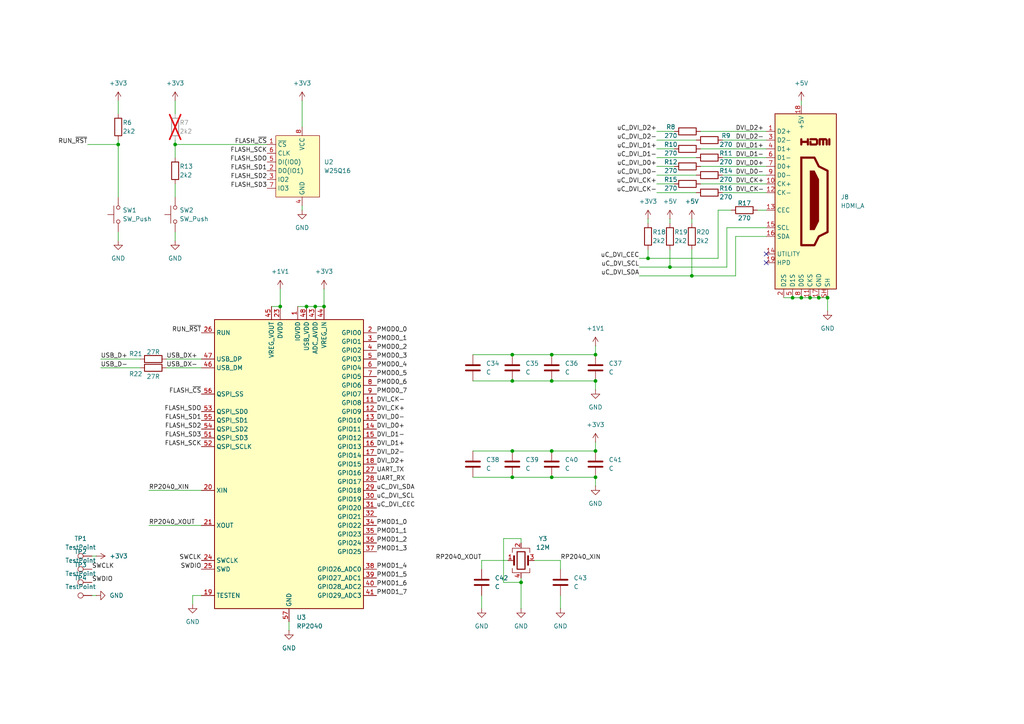
<source format=kicad_sch>
(kicad_sch (version 20231120) (generator "eeschema") (generator_version "8.0")
  (paper "A4")
  (lib_symbols
    (symbol "Connector:HDMI_A"
      (property "Reference" "J" (at -6.35 26.67 0))
      (property "Value" "HDMI_A" (at 10.16 26.67 0))
      (symbol "HDMI_A_0_0"
        (polyline (pts (xy 8.128 16.51) (xy 8.128 18.034)) (stroke (width 0.635)))
        (polyline (pts (xy 0 16.51) (xy 0 18.034) (xy 0 17.272) (xy 1.905 17.272) (xy 1.905 18.034) (xy 1.905 16.51)) (stroke (width 0.635)))
        (polyline (pts (xy 2.667 18.034) (xy 4.318 18.034) (xy 4.572 17.78) (xy 4.572 16.764) (xy 4.318 16.51) (xy 2.667 16.51) (xy 2.667 17.272)) (stroke (width 0.635)))
      )
      (symbol "HDMI_A_0_1"
        (rectangle (start -7.62 25.4) (end 10.16 -25.4) (stroke (width 0.254)) (fill (type background)))
        (polyline (pts (xy 2.54 8.89) (xy 3.81 8.89) (xy 5.08 6.35) (xy 5.08 -5.715) (xy 3.81 -8.255) (xy 2.54 -8.255) (xy 2.54 8.89)) (fill (type outline)))
        (polyline (pts (xy 5.334 16.51) (xy 5.334 18.034) (xy 6.35 18.034) (xy 6.35 16.51) (xy 6.35 18.034) (xy 7.112 18.034) (xy 7.366 17.78) (xy 7.366 16.51)) (stroke (width 0.635)))
        (polyline (pts (xy 0 12.7) (xy 0 -12.7) (xy 3.81 -12.7) (xy 5.08 -10.16) (xy 7.62 -8.89) (xy 7.62 8.89) (xy 5.08 10.16) (xy 3.81 12.7) (xy 0 12.7)) (stroke (width 0.635)))
      )
      (symbol "HDMI_A_1_1"
        (pin passive line (at -10.16 20.32 0) (length 2.54) (name "D2+") (number "1"))
        (pin passive line (at -10.16 5.08 0) (length 2.54) (name "CK+") (number "10"))
        (pin power_in line (at 2.54 -27.94 90) (length 2.54) (name "CKS") (number "11"))
        (pin passive line (at -10.16 2.54 0) (length 2.54) (name "CK-") (number "12"))
        (pin bidirectional line (at -10.16 -2.54 0) (length 2.54) (name "CEC") (number "13"))
        (pin passive line (at -10.16 -15.24 0) (length 2.54) (name "UTILITY") (number "14"))
        (pin passive line (at -10.16 -7.62 0) (length 2.54) (name "SCL") (number "15"))
        (pin bidirectional line (at -10.16 -10.16 0) (length 2.54) (name "SDA") (number "16"))
        (pin power_in line (at 5.08 -27.94 90) (length 2.54) (name "GND") (number "17"))
        (pin power_in line (at 0 27.94 270) (length 2.54) (name "+5V") (number "18"))
        (pin passive line (at -10.16 -17.78 0) (length 2.54) (name "HPD") (number "19"))
        (pin power_in line (at -5.08 -27.94 90) (length 2.54) (name "D2S") (number "2"))
        (pin passive line (at -10.16 17.78 0) (length 2.54) (name "D2-") (number "3"))
        (pin passive line (at -10.16 15.24 0) (length 2.54) (name "D1+") (number "4"))
        (pin power_in line (at -2.54 -27.94 90) (length 2.54) (name "D1S") (number "5"))
        (pin passive line (at -10.16 12.7 0) (length 2.54) (name "D1-") (number "6"))
        (pin passive line (at -10.16 10.16 0) (length 2.54) (name "D0+") (number "7"))
        (pin power_in line (at 0 -27.94 90) (length 2.54) (name "D0S") (number "8"))
        (pin passive line (at -10.16 7.62 0) (length 2.54) (name "D0-") (number "9"))
        (pin passive line (at 7.62 -27.94 90) (length 2.54) (name "SH") (number "SH"))
      )
    )
    (symbol "Connector:TestPoint" (pin_numbers hide) (pin_names (offset 0.762) hide)
      (property "Reference" "TP" (at 0 6.858 0))
      (property "Value" "TestPoint" (at 0 5.08 0))
      (symbol "TestPoint_0_1"
        (circle (center 0 3.302) (radius 0.762))
      )
      (symbol "TestPoint_1_1"
        (pin passive line (at 0 0 90) (length 2.54) (name "1") (number "1"))
      )
    )
    (symbol "Device:C" (pin_numbers hide) (pin_names (offset 0.254))
      (property "Reference" "C" (at 0.635 2.54 0))
      (property "Value" "C" (at 0.635 -2.54 0))
      (symbol "C_0_1"
        (polyline (pts (xy -2.032 -0.762) (xy 2.032 -0.762)) (stroke (width 0.508)))
        (polyline (pts (xy -2.032 0.762) (xy 2.032 0.762)) (stroke (width 0.508)))
      )
      (symbol "C_1_1"
        (pin passive line (at 0 3.81 270) (length 2.794) (name "~") (number "1"))
        (pin passive line (at 0 -3.81 90) (length 2.794) (name "~") (number "2"))
      )
    )
    (symbol "Device:Crystal_GND24" (pin_names (offset 1.016) hide)
      (property "Reference" "Y" (at 3.175 5.08 0))
      (property "Value" "Crystal_GND24" (at 3.175 3.175 0))
      (symbol "Crystal_GND24_0_1"
        (rectangle (start -1.143 2.54) (end 1.143 -2.54) (stroke (width 0.3048)))
        (polyline (pts (xy -2.54 0) (xy -2.032 0)))
        (polyline (pts (xy -2.032 -1.27) (xy -2.032 1.27)) (stroke (width 0.508)))
        (polyline (pts (xy 0 -3.81) (xy 0 -3.556)))
        (polyline (pts (xy 0 3.556) (xy 0 3.81)))
        (polyline (pts (xy 2.032 -1.27) (xy 2.032 1.27)) (stroke (width 0.508)))
        (polyline (pts (xy 2.032 0) (xy 2.54 0)))
        (polyline (pts (xy -2.54 -2.286) (xy -2.54 -3.556) (xy 2.54 -3.556) (xy 2.54 -2.286)))
        (polyline (pts (xy -2.54 2.286) (xy -2.54 3.556) (xy 2.54 3.556) (xy 2.54 2.286)))
      )
      (symbol "Crystal_GND24_1_1"
        (pin passive line (at -3.81 0 0) (length 1.27) (name "1") (number "1"))
        (pin passive line (at 0 5.08 270) (length 1.27) (name "2") (number "2"))
        (pin passive line (at 3.81 0 180) (length 1.27) (name "3") (number "3"))
        (pin passive line (at 0 -5.08 90) (length 1.27) (name "4") (number "4"))
      )
    )
    (symbol "Device:R" (pin_numbers hide) (pin_names (offset 0))
      (property "Reference" "R" (at 2.032 0 90))
      (property "Value" "R" (at 0 0 90))
      (symbol "R_0_1"
        (rectangle (start -1.016 -2.54) (end 1.016 2.54) (stroke (width 0.254)))
      )
      (symbol "R_1_1"
        (pin passive line (at 0 3.81 270) (length 1.27) (name "~") (number "1"))
        (pin passive line (at 0 -3.81 90) (length 1.27) (name "~") (number "2"))
      )
    )
    (symbol "MCU_RaspberryPi:RP2040"
      (property "Reference" "U" (at 17.78 45.72 0))
      (property "Value" "RP2040" (at 17.78 43.18 0))
      (symbol "RP2040_0_1"
        (rectangle (start -21.59 41.91) (end 21.59 -41.91) (stroke (width 0.254)) (fill (type background)))
      )
      (symbol "RP2040_1_1"
        (pin power_in line (at 2.54 45.72 270) (length 3.81) (name "IOVDD") (number "1"))
        (pin passive line (at 2.54 45.72 270) (length 3.81) hide (name "IOVDD") (number "10"))
        (pin bidirectional line (at 25.4 17.78 180) (length 3.81) (name "GPIO8") (number "11"))
        (pin bidirectional line (at 25.4 15.24 180) (length 3.81) (name "GPIO9") (number "12"))
        (pin bidirectional line (at 25.4 12.7 180) (length 3.81) (name "GPIO10") (number "13"))
        (pin bidirectional line (at 25.4 10.16 180) (length 3.81) (name "GPIO11") (number "14"))
        (pin bidirectional line (at 25.4 7.62 180) (length 3.81) (name "GPIO12") (number "15"))
        (pin bidirectional line (at 25.4 5.08 180) (length 3.81) (name "GPIO13") (number "16"))
        (pin bidirectional line (at 25.4 2.54 180) (length 3.81) (name "GPIO14") (number "17"))
        (pin bidirectional line (at 25.4 0 180) (length 3.81) (name "GPIO15") (number "18"))
        (pin input line (at -25.4 -38.1 0) (length 3.81) (name "TESTEN") (number "19"))
        (pin bidirectional line (at 25.4 38.1 180) (length 3.81) (name "GPIO0") (number "2"))
        (pin input line (at -25.4 -7.62 0) (length 3.81) (name "XIN") (number "20"))
        (pin passive line (at -25.4 -17.78 0) (length 3.81) (name "XOUT") (number "21"))
        (pin passive line (at 2.54 45.72 270) (length 3.81) hide (name "IOVDD") (number "22"))
        (pin power_in line (at -2.54 45.72 270) (length 3.81) (name "DVDD") (number "23"))
        (pin input line (at -25.4 -27.94 0) (length 3.81) (name "SWCLK") (number "24"))
        (pin bidirectional line (at -25.4 -30.48 0) (length 3.81) (name "SWD") (number "25"))
        (pin input line (at -25.4 38.1 0) (length 3.81) (name "RUN") (number "26"))
        (pin bidirectional line (at 25.4 -2.54 180) (length 3.81) (name "GPIO16") (number "27"))
        (pin bidirectional line (at 25.4 -5.08 180) (length 3.81) (name "GPIO17") (number "28"))
        (pin bidirectional line (at 25.4 -7.62 180) (length 3.81) (name "GPIO18") (number "29"))
        (pin bidirectional line (at 25.4 35.56 180) (length 3.81) (name "GPIO1") (number "3"))
        (pin bidirectional line (at 25.4 -10.16 180) (length 3.81) (name "GPIO19") (number "30"))
        (pin bidirectional line (at 25.4 -12.7 180) (length 3.81) (name "GPIO20") (number "31"))
        (pin bidirectional line (at 25.4 -15.24 180) (length 3.81) (name "GPIO21") (number "32"))
        (pin passive line (at 2.54 45.72 270) (length 3.81) hide (name "IOVDD") (number "33"))
        (pin bidirectional line (at 25.4 -17.78 180) (length 3.81) (name "GPIO22") (number "34"))
        (pin bidirectional line (at 25.4 -20.32 180) (length 3.81) (name "GPIO23") (number "35"))
        (pin bidirectional line (at 25.4 -22.86 180) (length 3.81) (name "GPIO24") (number "36"))
        (pin bidirectional line (at 25.4 -25.4 180) (length 3.81) (name "GPIO25") (number "37"))
        (pin bidirectional line (at 25.4 -30.48 180) (length 3.81) (name "GPIO26_ADC0") (number "38"))
        (pin bidirectional line (at 25.4 -33.02 180) (length 3.81) (name "GPIO27_ADC1") (number "39"))
        (pin bidirectional line (at 25.4 33.02 180) (length 3.81) (name "GPIO2") (number "4"))
        (pin bidirectional line (at 25.4 -35.56 180) (length 3.81) (name "GPIO28_ADC2") (number "40"))
        (pin bidirectional line (at 25.4 -38.1 180) (length 3.81) (name "GPIO29_ADC3") (number "41"))
        (pin passive line (at 2.54 45.72 270) (length 3.81) hide (name "IOVDD") (number "42"))
        (pin power_in line (at 7.62 45.72 270) (length 3.81) (name "ADC_AVDD") (number "43"))
        (pin power_in line (at 10.16 45.72 270) (length 3.81) (name "VREG_IN") (number "44"))
        (pin power_out line (at -5.08 45.72 270) (length 3.81) (name "VREG_VOUT") (number "45"))
        (pin bidirectional line (at -25.4 27.94 0) (length 3.81) (name "USB_DM") (number "46"))
        (pin bidirectional line (at -25.4 30.48 0) (length 3.81) (name "USB_DP") (number "47"))
        (pin power_in line (at 5.08 45.72 270) (length 3.81) (name "USB_VDD") (number "48"))
        (pin passive line (at 2.54 45.72 270) (length 3.81) hide (name "IOVDD") (number "49"))
        (pin bidirectional line (at 25.4 30.48 180) (length 3.81) (name "GPIO3") (number "5"))
        (pin passive line (at -2.54 45.72 270) (length 3.81) hide (name "DVDD") (number "50"))
        (pin bidirectional line (at -25.4 7.62 0) (length 3.81) (name "QSPI_SD3") (number "51"))
        (pin output line (at -25.4 5.08 0) (length 3.81) (name "QSPI_SCLK") (number "52"))
        (pin bidirectional line (at -25.4 15.24 0) (length 3.81) (name "QSPI_SD0") (number "53"))
        (pin bidirectional line (at -25.4 10.16 0) (length 3.81) (name "QSPI_SD2") (number "54"))
        (pin bidirectional line (at -25.4 12.7 0) (length 3.81) (name "QSPI_SD1") (number "55"))
        (pin bidirectional line (at -25.4 20.32 0) (length 3.81) (name "QSPI_SS") (number "56"))
        (pin power_in line (at 0 -45.72 90) (length 3.81) (name "GND") (number "57"))
        (pin bidirectional line (at 25.4 27.94 180) (length 3.81) (name "GPIO4") (number "6"))
        (pin bidirectional line (at 25.4 25.4 180) (length 3.81) (name "GPIO5") (number "7"))
        (pin bidirectional line (at 25.4 22.86 180) (length 3.81) (name "GPIO6") (number "8"))
        (pin bidirectional line (at 25.4 20.32 180) (length 3.81) (name "GPIO7") (number "9"))
      )
    )
    (symbol "Switch:SW_Push" (pin_numbers hide) (pin_names (offset 1.016) hide)
      (property "Reference" "SW" (at 1.27 2.54 0))
      (property "Value" "SW_Push" (at 0 -1.524 0))
      (symbol "SW_Push_0_1"
        (circle (center -2.032 0) (radius 0.508))
        (polyline (pts (xy 0 1.27) (xy 0 3.048)))
        (polyline (pts (xy 2.54 1.27) (xy -2.54 1.27)))
        (circle (center 2.032 0) (radius 0.508))
        (pin passive line (at -5.08 0 0) (length 2.54) (name "1") (number "1"))
        (pin passive line (at 5.08 0 180) (length 2.54) (name "2") (number "2"))
      )
    )
    (symbol "my_chips:W25Q16JVUXIQ"
      (property "Reference" "U" (at -5.08 10.16 0))
      (property "Value" "W25Q16" (at 5.08 0 90))
      (symbol "W25Q16JVUXIQ_1_1"
        (rectangle (start -6.35 8.89) (end 6.35 -8.89) (fill (type background)))
        (pin input line (at -8.89 6.35 0) (length 2.54) (name "~{CS}") (number "1"))
        (pin input line (at -8.89 -1.27 0) (length 2.54) (name "DO(IO1)") (number "2"))
        (pin input line (at -8.89 -3.81 0) (length 2.54) (name "IO2") (number "3"))
        (pin input line (at 1.27 -11.43 90) (length 2.54) (name "GND") (number "4"))
        (pin input line (at -8.89 1.27 0) (length 2.54) (name "DI(IO0)") (number "5"))
        (pin input line (at -8.89 3.81 0) (length 2.54) (name "CLK") (number "6"))
        (pin input line (at -8.89 -6.35 0) (length 2.54) (name "IO3") (number "7"))
        (pin input line (at 1.27 11.43 270) (length 2.54) (name "VCC") (number "8"))
      )
    )
    (symbol "power:+1V1" (power) (pin_numbers hide) (pin_names (offset 0) hide)
      (property "Value" "+1V1" (at 0 3.556 0))
      (symbol "+1V1_0_1"
        (polyline (pts (xy -0.762 1.27) (xy 0 2.54)))
        (polyline (pts (xy 0 0) (xy 0 2.54)))
        (polyline (pts (xy 0 2.54) (xy 0.762 1.27)))
      )
      (symbol "+1V1_1_1"
        (pin power_in line (at 0 0 90) (length 0) (name "~") (number "1"))
      )
    )
    (symbol "power:+3V3" (power) (pin_numbers hide) (pin_names (offset 0) hide)
      (property "Value" "+3V3" (at 0 3.556 0))
      (symbol "+3V3_0_1"
        (polyline (pts (xy -0.762 1.27) (xy 0 2.54)))
        (polyline (pts (xy 0 0) (xy 0 2.54)))
        (polyline (pts (xy 0 2.54) (xy 0.762 1.27)))
      )
      (symbol "+3V3_1_1"
        (pin power_in line (at 0 0 90) (length 0) (name "~") (number "1"))
      )
    )
    (symbol "power:+5V" (power) (pin_numbers hide) (pin_names (offset 0) hide)
      (property "Value" "+5V" (at 0 3.556 0))
      (symbol "+5V_0_1"
        (polyline (pts (xy -0.762 1.27) (xy 0 2.54)))
        (polyline (pts (xy 0 0) (xy 0 2.54)))
        (polyline (pts (xy 0 2.54) (xy 0.762 1.27)))
      )
      (symbol "+5V_1_1"
        (pin power_in line (at 0 0 90) (length 0) (name "~") (number "1"))
      )
    )
    (symbol "power:GND" (power) (pin_numbers hide) (pin_names (offset 0) hide)
      (property "Value" "GND" (at 0 -3.81 0))
      (symbol "GND_0_1"
        (polyline (pts (xy 0 0) (xy 0 -1.27) (xy 1.27 -1.27) (xy 0 -2.54) (xy -1.27 -1.27) (xy 0 -1.27)))
      )
      (symbol "GND_1_1"
        (pin power_in line (at 0 0 270) (length 0) (name "~") (number "1"))
      )
    )
  )
  (junction (at 50.8 41.91))
  (junction (at 148.59 110.49))
  (junction (at 200.66 80.01))
  (junction (at 148.59 130.81))
  (junction (at 160.02 130.81))
  (junction (at 229.87 86.36))
  (junction (at 172.72 138.43))
  (junction (at 160.02 138.43))
  (junction (at 160.02 110.49))
  (junction (at 172.72 110.49))
  (junction (at 160.02 102.87))
  (junction (at 240.03 86.36))
  (junction (at 151.13 168.91))
  (junction (at 81.28 88.9))
  (junction (at 237.49 86.36))
  (junction (at 172.72 130.81))
  (junction (at 88.9 88.9))
  (junction (at 148.59 102.87))
  (junction (at 148.59 138.43))
  (junction (at 194.31 77.47))
  (junction (at 187.96 74.93))
  (junction (at 34.29 41.91))
  (junction (at 172.72 102.87))
  (junction (at 91.44 88.9))
  (junction (at 232.41 86.36))
  (junction (at 93.98 88.9))
  (junction (at 234.95 86.36))
  (no_connect (at 222.25 76.2))
  (no_connect (at 222.25 73.66))
  (wire (pts (xy 190.5 55.88) (xy 201.93 55.88)))
  (wire (pts (xy 172.72 138.43) (xy 160.02 138.43)))
  (wire (pts (xy 162.56 165.1) (xy 162.56 162.56)))
  (wire (pts (xy 212.09 60.96) (xy 208.28 60.96)))
  (wire (pts (xy 200.66 80.01) (xy 213.36 80.01)))
  (wire (pts (xy 190.5 38.1) (xy 195.58 38.1)))
  (wire (pts (xy 237.49 86.36) (xy 234.95 86.36)))
  (wire (pts (xy 232.41 86.36) (xy 229.87 86.36)))
  (wire (pts (xy 190.5 53.34) (xy 195.58 53.34)))
  (wire (pts (xy 185.42 74.93) (xy 187.96 74.93)))
  (wire (pts (xy 50.8 53.34) (xy 50.8 57.15)))
  (wire (pts (xy 43.18 142.24) (xy 58.42 142.24)))
  (wire (pts (xy 203.2 48.26) (xy 222.25 48.26)))
  (wire (pts (xy 151.13 167.64) (xy 151.13 168.91)))
  (wire (pts (xy 55.88 172.72) (xy 55.88 175.26)))
  (wire (pts (xy 26.67 172.72) (xy 27.94 172.72)))
  (wire (pts (xy 148.59 102.87) (xy 137.16 102.87)))
  (wire (pts (xy 172.72 100.33) (xy 172.72 102.87)))
  (wire (pts (xy 81.28 88.9) (xy 78.74 88.9)))
  (wire (pts (xy 160.02 110.49) (xy 148.59 110.49)))
  (wire (pts (xy 190.5 40.64) (xy 201.93 40.64)))
  (wire (pts (xy 229.87 86.36) (xy 227.33 86.36)))
  (wire (pts (xy 240.03 90.17) (xy 240.03 86.36)))
  (wire (pts (xy 190.5 50.8) (xy 201.93 50.8)))
  (wire (pts (xy 194.31 77.47) (xy 210.82 77.47)))
  (wire (pts (xy 213.36 68.58) (xy 213.36 80.01)))
  (wire (pts (xy 43.18 152.4) (xy 58.42 152.4)))
  (wire (pts (xy 209.55 45.72) (xy 222.25 45.72)))
  (wire (pts (xy 209.55 50.8) (xy 222.25 50.8)))
  (wire (pts (xy 148.59 138.43) (xy 137.16 138.43)))
  (wire (pts (xy 48.26 106.68) (xy 58.42 106.68)))
  (wire (pts (xy 172.72 110.49) (xy 160.02 110.49)))
  (wire (pts (xy 172.72 113.03) (xy 172.72 110.49)))
  (wire (pts (xy 203.2 53.34) (xy 222.25 53.34)))
  (wire (pts (xy 190.5 45.72) (xy 201.93 45.72)))
  (wire (pts (xy 185.42 77.47) (xy 194.31 77.47)))
  (wire (pts (xy 139.7 172.72) (xy 139.7 176.53)))
  (wire (pts (xy 34.29 29.21) (xy 34.29 33.02)))
  (wire (pts (xy 172.72 140.97) (xy 172.72 138.43)))
  (wire (pts (xy 162.56 172.72) (xy 162.56 176.53)))
  (wire (pts (xy 232.41 29.21) (xy 232.41 30.48)))
  (wire (pts (xy 200.66 63.5) (xy 200.66 64.77)))
  (wire (pts (xy 162.56 162.56) (xy 154.94 162.56)))
  (wire (pts (xy 185.42 80.01) (xy 200.66 80.01)))
  (wire (pts (xy 172.72 130.81) (xy 160.02 130.81)))
  (wire (pts (xy 48.26 104.14) (xy 58.42 104.14)))
  (wire (pts (xy 234.95 86.36) (xy 232.41 86.36)))
  (wire (pts (xy 187.96 74.93) (xy 208.28 74.93)))
  (wire (pts (xy 93.98 88.9) (xy 91.44 88.9)))
  (wire (pts (xy 194.31 72.39) (xy 194.31 77.47)))
  (wire (pts (xy 172.72 128.27) (xy 172.72 130.81)))
  (wire (pts (xy 151.13 156.21) (xy 146.05 156.21)))
  (wire (pts (xy 160.02 102.87) (xy 148.59 102.87)))
  (wire (pts (xy 139.7 162.56) (xy 147.32 162.56)))
  (wire (pts (xy 151.13 168.91) (xy 151.13 176.53)))
  (wire (pts (xy 208.28 60.96) (xy 208.28 74.93)))
  (wire (pts (xy 25.4 41.91) (xy 34.29 41.91)))
  (wire (pts (xy 148.59 110.49) (xy 137.16 110.49)))
  (wire (pts (xy 29.21 106.68) (xy 40.64 106.68)))
  (wire (pts (xy 50.8 41.91) (xy 50.8 45.72)))
  (wire (pts (xy 190.5 43.18) (xy 195.58 43.18)))
  (wire (pts (xy 146.05 168.91) (xy 151.13 168.91)))
  (wire (pts (xy 203.2 38.1) (xy 222.25 38.1)))
  (wire (pts (xy 91.44 88.9) (xy 88.9 88.9)))
  (wire (pts (xy 88.9 88.9) (xy 86.36 88.9)))
  (wire (pts (xy 209.55 55.88) (xy 222.25 55.88)))
  (wire (pts (xy 139.7 162.56) (xy 139.7 165.1)))
  (wire (pts (xy 222.25 66.04) (xy 210.82 66.04)))
  (wire (pts (xy 146.05 156.21) (xy 146.05 168.91)))
  (wire (pts (xy 160.02 138.43) (xy 148.59 138.43)))
  (wire (pts (xy 148.59 130.81) (xy 137.16 130.81)))
  (wire (pts (xy 203.2 43.18) (xy 222.25 43.18)))
  (wire (pts (xy 50.8 67.31) (xy 50.8 69.85)))
  (wire (pts (xy 93.98 83.82) (xy 93.98 88.9)))
  (wire (pts (xy 87.63 59.69) (xy 87.63 60.96)))
  (wire (pts (xy 81.28 83.82) (xy 81.28 88.9)))
  (wire (pts (xy 83.82 180.34) (xy 83.82 182.88)))
  (wire (pts (xy 194.31 63.5) (xy 194.31 64.77)))
  (wire (pts (xy 58.42 172.72) (xy 55.88 172.72)))
  (wire (pts (xy 26.67 161.29) (xy 27.94 161.29)))
  (wire (pts (xy 50.8 40.64) (xy 50.8 41.91)))
  (wire (pts (xy 219.71 60.96) (xy 222.25 60.96)))
  (wire (pts (xy 151.13 157.48) (xy 151.13 156.21)))
  (wire (pts (xy 34.29 40.64) (xy 34.29 41.91)))
  (wire (pts (xy 210.82 66.04) (xy 210.82 77.47)))
  (wire (pts (xy 50.8 29.21) (xy 50.8 33.02)))
  (wire (pts (xy 87.63 29.21) (xy 87.63 36.83)))
  (wire (pts (xy 209.55 40.64) (xy 222.25 40.64)))
  (wire (pts (xy 187.96 63.5) (xy 187.96 64.77)))
  (wire (pts (xy 34.29 67.31) (xy 34.29 69.85)))
  (wire (pts (xy 50.8 41.91) (xy 77.47 41.91)))
  (wire (pts (xy 200.66 72.39) (xy 200.66 80.01)))
  (wire (pts (xy 190.5 48.26) (xy 195.58 48.26)))
  (wire (pts (xy 240.03 86.36) (xy 237.49 86.36)))
  (wire (pts (xy 187.96 72.39) (xy 187.96 74.93)))
  (wire (pts (xy 222.25 68.58) (xy 213.36 68.58)))
  (wire (pts (xy 29.21 104.14) (xy 40.64 104.14)))
  (wire (pts (xy 160.02 130.81) (xy 148.59 130.81)))
  (wire (pts (xy 34.29 41.91) (xy 34.29 57.15)))
  (wire (pts (xy 172.72 102.87) (xy 160.02 102.87)))
  (label "FLASH_SD2" (at 58.42 124.46 180))
  (label "USB_DX+" (at 48.26 104.14 0))
  (label "uC_DVI_SDA" (at 185.42 80.01 180))
  (label "SWDIO" (at 26.67 168.91 0))
  (label "FLASH_SD2" (at 77.47 52.07 180))
  (label "DVI_D1+" (at 109.22 129.54 0))
  (label "DVI_CK-" (at 109.22 116.84 0))
  (label "uC_DVI_CEC" (at 109.22 147.32 0))
  (label "uC_DVI_SDA" (at 109.22 142.24 0))
  (label "uC_DVI_D2+" (at 190.5 38.1 180))
  (label "uC_DVI_CK+" (at 190.5 53.34 180))
  (label "DVI_D0-" (at 213.36 50.8 0))
  (label "uC_DVI_CEC" (at 185.42 74.93 180))
  (label "PMOD0_0" (at 109.22 96.52 0))
  (label "DVI_D1-" (at 213.36 45.72 0))
  (label "RP2040_XOUT" (at 43.18 152.4 0))
  (label "DVI_D1-" (at 109.22 127 0))
  (label "SWDIO" (at 58.42 165.1 180))
  (label "FLASH_SD3" (at 58.42 127 180))
  (label "PMOD1_0" (at 109.22 152.4 0))
  (label "FLASH_SD1" (at 58.42 121.92 180))
  (label "RUN_~{RST}" (at 58.42 96.52 180))
  (label "DVI_D2+" (at 109.22 134.62 0))
  (label "FLASH_SD3" (at 77.47 54.61 180))
  (label "UART_TX" (at 109.22 137.16 0))
  (label "DVI_D0+" (at 213.36 48.26 0))
  (label "SWCLK" (at 26.67 165.1 0))
  (label "PMOD1_4" (at 109.22 165.1 0))
  (label "DVI_D0-" (at 109.22 121.92 0))
  (label "DVI_D0+" (at 109.22 124.46 0))
  (label "uC_DVI_D2-" (at 190.5 40.64 180))
  (label "PMOD1_7" (at 109.22 172.72 0))
  (label "FLASH_SD1" (at 77.47 49.53 180))
  (label "uC_DVI_D1+" (at 190.5 43.18 180))
  (label "PMOD0_1" (at 109.22 99.06 0))
  (label "RP2040_XIN" (at 162.56 162.56 0))
  (label "RUN_~{RST}" (at 25.4 41.91 180))
  (label "FLASH_SDO" (at 77.47 46.99 180))
  (label "PMOD0_5" (at 109.22 109.22 0))
  (label "DVI_D2+" (at 213.36 38.1 0))
  (label "DVI_CK-" (at 213.36 55.88 0))
  (label "PMOD0_6" (at 109.22 111.76 0))
  (label "uC_DVI_CK-" (at 190.5 55.88 180))
  (label "USB_D+" (at 29.21 104.14 0))
  (label "PMOD0_7" (at 109.22 114.3 0))
  (label "uC_DVI_D1-" (at 190.5 45.72 180))
  (label "FLASH_~{CS}" (at 77.47 41.91 180))
  (label "UART_RX" (at 109.22 139.7 0))
  (label "uC_DVI_D0-" (at 190.5 50.8 180))
  (label "FLASH_SDO" (at 58.42 119.38 180))
  (label "USB_D-" (at 29.21 106.68 0))
  (label "uC_DVI_D0+" (at 190.5 48.26 180))
  (label "PMOD1_2" (at 109.22 157.48 0))
  (label "PMOD0_2" (at 109.22 101.6 0))
  (label "DVI_CK+" (at 213.36 53.34 0))
  (label "PMOD0_4" (at 109.22 106.68 0))
  (label "RP2040_XIN" (at 43.18 142.24 0))
  (label "PMOD1_3" (at 109.22 160.02 0))
  (label "PMOD1_5" (at 109.22 167.64 0))
  (label "USB_DX-" (at 48.26 106.68 0))
  (label "FLASH_SCK" (at 77.47 44.45 180))
  (label "DVI_D1+" (at 213.36 43.18 0))
  (label "RP2040_XOUT" (at 139.7 162.56 180))
  (label "FLASH_~{CS}" (at 58.42 114.3 180))
  (label "DVI_D2-" (at 109.22 132.08 0))
  (label "SWCLK" (at 58.42 162.56 180))
  (label "DVI_D2-" (at 213.36 40.64 0))
  (label "uC_DVI_SCL" (at 109.22 144.78 0))
  (label "DVI_CK+" (at 109.22 119.38 0))
  (label "PMOD1_6" (at 109.22 170.18 0))
  (label "PMOD1_1" (at 109.22 154.94 0))
  (label "uC_DVI_SCL" (at 185.42 77.47 180))
  (label "PMOD0_3" (at 109.22 104.14 0))
  (label "FLASH_SCK" (at 58.42 129.54 180))
  (symbol (lib_id "Device:R") (at 199.39 43.18 90) (unit 1)
    (property "Reference" "R10" (at 194.564 41.91 90))
    (property "Value" "270" (at 194.564 44.45 90))
    (property "Description" "Resistor" (effects (hide yes)))
  )
  (symbol (lib_id "power:GND") (at 87.63 60.96 0) (unit 1)
    (property "Reference" "#PWR027" (effects (hide yes)))
    (property "Value" "GND" (at 87.63 66.04 0))
    (property "Description" "Power symbol creates a global label with name \"GND\" , ground" (effects (hide yes)))
  )
  (symbol (lib_id "Device:C") (at 172.72 106.68 0) (unit 1)
    (property "Reference" "C37" (at 176.53 105.4099 0) (effects (justify left)))
    (property "Value" "C" (at 176.53 107.9499 0) (effects (justify left)))
    (property "Description" "Unpolarized capacitor" (effects (hide yes)))
  )
  (symbol (lib_id "Connector:TestPoint") (at 26.67 165.1 90) (unit 1)
    (property "Reference" "TP2" (at 23.368 160.02 90))
    (property "Value" "TestPoint" (at 23.368 162.56 90))
    (property "Footprint" "TestPoint:TestPoint_Pad_D1.0mm" (effects (hide yes)))
    (property "Description" "test point" (effects (hide yes)))
  )
  (symbol (lib_id "Device:R") (at 187.96 68.58 0) (unit 1)
    (property "Reference" "R18" (at 189.23 67.31 0) (effects (justify left)))
    (property "Value" "2k2" (at 189.23 69.85 0) (effects (justify left)))
    (property "Description" "Resistor" (effects (hide yes)))
  )
  (symbol (lib_id "Device:R") (at 194.31 68.58 0) (unit 1)
    (property "Reference" "R19" (at 195.58 67.31 0) (effects (justify left)))
    (property "Value" "2k2" (at 195.58 69.85 0) (effects (justify left)))
    (property "Description" "Resistor" (effects (hide yes)))
  )
  (symbol (lib_id "power:GND") (at 162.56 176.53 0) (unit 1)
    (property "Reference" "#PWR045" (effects (hide yes)))
    (property "Value" "GND" (at 162.56 181.61 0))
    (property "Description" "Power symbol creates a global label with name \"GND\" , ground" (effects (hide yes)))
  )
  (symbol (lib_id "Connector:TestPoint") (at 26.67 172.72 90) (unit 1)
    (property "Reference" "TP4" (at 23.368 167.64 90))
    (property "Value" "TestPoint" (at 23.368 170.18 90))
    (property "Footprint" "TestPoint:TestPoint_Pad_D1.0mm" (effects (hide yes)))
    (property "Description" "test point" (effects (hide yes)))
  )
  (symbol (lib_id "Device:R") (at 199.39 48.26 90) (unit 1)
    (property "Reference" "R12" (at 194.564 46.99 90))
    (property "Value" "270" (at 194.564 49.53 90))
    (property "Description" "Resistor" (effects (hide yes)))
  )
  (symbol (lib_id "Switch:SW_Push") (at 34.29 62.23 90) (unit 1)
    (property "Reference" "SW1" (at 35.56 60.9599 90) (effects (justify right)))
    (property "Value" "SW_Push" (at 35.56 63.4999 90) (effects (justify right)))
    (property "Footprint" "my_footprint:KEY-SMD_4P-L4.2-W3.4-P2.15-LS4.5-TL" (effects (hide yes)))
    (property "Description" "Push button switch, generic, two pins" (effects (hide yes)))
  )
  (symbol (lib_id "Device:C") (at 148.59 106.68 0) (unit 1)
    (property "Reference" "C35" (at 152.4 105.4099 0) (effects (justify left)))
    (property "Value" "C" (at 152.4 107.9499 0) (effects (justify left)))
    (property "Description" "Unpolarized capacitor" (effects (hide yes)))
  )
  (symbol (lib_id "power:GND") (at 83.82 182.88 0) (unit 1)
    (property "Reference" "#PWR046" (effects (hide yes)))
    (property "Value" "GND" (at 83.82 187.96 0))
    (property "Description" "Power symbol creates a global label with name \"GND\" , ground" (effects (hide yes)))
  )
  (symbol (lib_id "power:+3V3") (at 27.94 161.29 270) (unit 1)
    (property "Reference" "#PWR040" (effects (hide yes)))
    (property "Value" "+3V3" (at 31.75 161.2899 90) (effects (justify left)))
    (property "Description" "Power symbol creates a global label with name \"+3V3\"" (effects (hide yes)))
  )
  (symbol (lib_id "Device:R") (at 199.39 53.34 90) (unit 1)
    (property "Reference" "R15" (at 194.564 52.07 90))
    (property "Value" "270" (at 194.564 54.61 90))
    (property "Description" "Resistor" (effects (hide yes)))
  )
  (symbol (lib_id "power:GND") (at 139.7 176.53 0) (unit 1)
    (property "Reference" "#PWR043" (effects (hide yes)))
    (property "Value" "GND" (at 139.7 181.61 0))
    (property "Description" "Power symbol creates a global label with name \"GND\" , ground" (effects (hide yes)))
  )
  (symbol (lib_id "power:GND") (at 55.88 175.26 0) (unit 1)
    (property "Reference" "#PWR042" (effects (hide yes)))
    (property "Value" "GND" (at 55.88 180.34 0))
    (property "Description" "Power symbol creates a global label with name \"GND\" , ground" (effects (hide yes)))
  )
  (symbol (lib_id "power:+5V") (at 232.41 29.21 0) (unit 1)
    (property "Reference" "#PWR026" (effects (hide yes)))
    (property "Value" "+5V" (at 232.41 24.13 0))
    (property "Description" "Power symbol creates a global label with name \"+5V\"" (effects (hide yes)))
  )
  (symbol (lib_id "Device:R") (at 199.39 38.1 90) (unit 1)
    (property "Reference" "R8" (at 194.564 36.83 90))
    (property "Value" "270" (at 194.564 39.37 90))
    (property "Description" "Resistor" (effects (hide yes)))
  )
  (symbol (lib_id "power:GND") (at 34.29 69.85 0) (unit 1)
    (property "Reference" "#PWR031" (effects (hide yes)))
    (property "Value" "GND" (at 34.29 74.93 0))
    (property "Description" "Power symbol creates a global label with name \"GND\" , ground" (effects (hide yes)))
  )
  (symbol (lib_id "Connector:TestPoint") (at 26.67 168.91 90) (unit 1)
    (property "Reference" "TP3" (at 23.368 163.83 90))
    (property "Value" "TestPoint" (at 23.368 166.37 90))
    (property "Footprint" "TestPoint:TestPoint_Pad_D1.0mm" (effects (hide yes)))
    (property "Description" "test point" (effects (hide yes)))
  )
  (symbol (lib_id "Device:R") (at 205.74 40.64 90) (unit 1)
    (property "Reference" "R9" (at 210.566 39.37 90))
    (property "Value" "270" (at 210.566 41.91 90))
    (property "Description" "Resistor" (effects (hide yes)))
  )
  (symbol (lib_id "Device:C") (at 160.02 106.68 0) (unit 1)
    (property "Reference" "C36" (at 163.83 105.4099 0) (effects (justify left)))
    (property "Value" "C" (at 163.83 107.9499 0) (effects (justify left)))
    (property "Description" "Unpolarized capacitor" (effects (hide yes)))
  )
  (symbol (lib_id "Device:R") (at 50.8 49.53 0) (unit 1)
    (property "Reference" "R13" (at 52.07 48.26 0) (effects (justify left)))
    (property "Value" "2k2" (at 52.07 50.8 0) (effects (justify left)))
    (property "Description" "Resistor" (effects (hide yes)))
  )
  (symbol (lib_id "Connector:TestPoint") (at 26.67 161.29 90) (unit 1)
    (property "Reference" "TP1" (at 23.368 156.21 90))
    (property "Value" "TestPoint" (at 23.368 158.75 90))
    (property "Footprint" "TestPoint:TestPoint_Pad_D1.0mm" (effects (hide yes)))
    (property "Description" "test point" (effects (hide yes)))
  )
  (symbol (lib_id "Device:R") (at 44.45 106.68 90) (unit 1)
    (property "Reference" "R22" (at 39.37 108.458 90))
    (property "Value" "27R" (at 44.45 109.22 90))
    (property "Description" "Resistor" (effects (hide yes)))
  )
  (symbol (lib_id "power:GND") (at 172.72 113.03 0) (unit 1)
    (property "Reference" "#PWR037" (effects (hide yes)))
    (property "Value" "GND" (at 172.72 118.11 0))
    (property "Description" "Power symbol creates a global label with name \"GND\" , ground" (effects (hide yes)))
  )
  (symbol (lib_id "Connector:HDMI_A") (at 232.41 58.42 0) (unit 1)
    (property "Reference" "J8" (at 243.84 57.1499 0) (effects (justify left)))
    (property "Value" "HDMI_A" (at 243.84 59.6899 0) (effects (justify left)))
    (property "Footprint" "Connector_HDMI:HDMI_A_Contact_Technology_HDMI-19APL2_Horizontal" (effects (hide yes)))
    (property "Datasheet" "https://en.wikipedia.org/wiki/HDMI" (effects (hide yes)))
    (property "Description" "HDMI type A connector" (effects (hide yes)))
  )
  (symbol (lib_id "power:+3V3") (at 187.96 63.5 0) (unit 1)
    (property "Reference" "#PWR028" (effects (hide yes)))
    (property "Value" "+3V3" (at 187.96 58.42 0))
    (property "Description" "Power symbol creates a global label with name \"+3V3\"" (effects (hide yes)))
  )
  (symbol (lib_id "Switch:SW_Push") (at 50.8 62.23 90) (unit 1)
    (property "Reference" "SW2" (at 52.07 60.9599 90) (effects (justify right)))
    (property "Value" "SW_Push" (at 52.07 63.4999 90) (effects (justify right)))
    (property "Footprint" "my_footprint:KEY-SMD_4P-L4.2-W3.4-P2.15-LS4.5-TL" (effects (hide yes)))
    (property "Description" "Push button switch, generic, two pins" (effects (hide yes)))
  )
  (symbol (lib_id "power:+3V3") (at 93.98 83.82 0) (unit 1)
    (property "Reference" "#PWR034" (effects (hide yes)))
    (property "Value" "+3V3" (at 93.98 78.74 0))
    (property "Description" "Power symbol creates a global label with name \"+3V3\"" (effects (hide yes)))
  )
  (symbol (lib_id "Device:R") (at 44.45 104.14 90) (unit 1)
    (property "Reference" "R21" (at 39.37 102.616 90))
    (property "Value" "27R" (at 44.45 102.108 90))
    (property "Description" "Resistor" (effects (hide yes)))
  )
  (symbol (lib_id "Device:C") (at 172.72 134.62 0) (unit 1)
    (property "Reference" "C41" (at 176.53 133.3499 0) (effects (justify left)))
    (property "Value" "C" (at 176.53 135.8899 0) (effects (justify left)))
    (property "Description" "Unpolarized capacitor" (effects (hide yes)))
  )
  (symbol (lib_id "power:GND") (at 50.8 69.85 0) (unit 1)
    (property "Reference" "#PWR032" (effects (hide yes)))
    (property "Value" "GND" (at 50.8 74.93 0))
    (property "Description" "Power symbol creates a global label with name \"GND\" , ground" (effects (hide yes)))
  )
  (symbol (lib_id "Device:R") (at 200.66 68.58 0) (unit 1)
    (property "Reference" "R20" (at 201.93 67.31 0) (effects (justify left)))
    (property "Value" "2k2" (at 201.93 69.85 0) (effects (justify left)))
    (property "Description" "Resistor" (effects (hide yes)))
  )
  (symbol (lib_id "MCU_RaspberryPi:RP2040") (at 83.82 134.62 0) (unit 1)
    (property "Reference" "U3" (at 86.0141 179.07 0) (effects (justify left)))
    (property "Value" "RP2040" (at 86.0141 181.61 0) (effects (justify left)))
    (property "Footprint" "Package_DFN_QFN:QFN-56-1EP_7x7mm_P0.4mm_EP3.2x3.2mm" (effects (hide yes)))
    (property "Datasheet" "https://datasheets.raspberrypi.com/rp2040/rp2040-datasheet.pdf" (effects (hide yes)))
    (property "Description" "A microcontroller by Raspberry Pi" (effects (hide yes)))
  )
  (symbol (lib_id "power:+3V3") (at 172.72 128.27 0) (unit 1)
    (property "Reference" "#PWR038" (effects (hide yes)))
    (property "Value" "+3V3" (at 172.72 123.19 0))
    (property "Description" "Power symbol creates a global label with name \"+3V3\"" (effects (hide yes)))
  )
  (symbol (lib_id "power:+5V") (at 194.31 63.5 0) (unit 1)
    (property "Reference" "#PWR029" (effects (hide yes)))
    (property "Value" "+5V" (at 194.31 58.42 0))
    (property "Description" "Power symbol creates a global label with name \"+5V\"" (effects (hide yes)))
  )
  (symbol (lib_id "power:GND") (at 151.13 176.53 0) (unit 1)
    (property "Reference" "#PWR044" (effects (hide yes)))
    (property "Value" "GND" (at 151.13 181.61 0))
    (property "Description" "Power symbol creates a global label with name \"GND\" , ground" (effects (hide yes)))
  )
  (symbol (lib_id "Device:R") (at 34.29 36.83 0) (unit 1)
    (property "Reference" "R6" (at 35.56 35.56 0) (effects (justify left)))
    (property "Value" "2k2" (at 35.56 38.1 0) (effects (justify left)))
    (property "Description" "Resistor" (effects (hide yes)))
  )
  (symbol (lib_id "power:+3V3") (at 87.63 29.21 0) (unit 1)
    (property "Reference" "#PWR025" (effects (hide yes)))
    (property "Value" "+3V3" (at 87.63 24.13 0))
    (property "Description" "Power symbol creates a global label with name \"+3V3\"" (effects (hide yes)))
  )
  (symbol (lib_id "Device:C") (at 160.02 134.62 0) (unit 1)
    (property "Reference" "C40" (at 163.83 133.3499 0) (effects (justify left)))
    (property "Value" "C" (at 163.83 135.8899 0) (effects (justify left)))
    (property "Description" "Unpolarized capacitor" (effects (hide yes)))
  )
  (symbol (lib_id "Device:C") (at 148.59 134.62 0) (unit 1)
    (property "Reference" "C39" (at 152.4 133.3499 0) (effects (justify left)))
    (property "Value" "C" (at 152.4 135.8899 0) (effects (justify left)))
    (property "Description" "Unpolarized capacitor" (effects (hide yes)))
  )
  (symbol (lib_id "power:+3V3") (at 34.29 29.21 0) (unit 1)
    (property "Reference" "#PWR023" (effects (hide yes)))
    (property "Value" "+3V3" (at 34.29 24.13 0))
    (property "Description" "Power symbol creates a global label with name \"+3V3\"" (effects (hide yes)))
  )
  (symbol (lib_id "Device:C") (at 137.16 134.62 0) (unit 1)
    (property "Reference" "C38" (at 140.97 133.3499 0) (effects (justify left)))
    (property "Value" "C" (at 140.97 135.8899 0) (effects (justify left)))
    (property "Description" "Unpolarized capacitor" (effects (hide yes)))
  )
  (symbol (lib_id "Device:R") (at 205.74 45.72 90) (unit 1)
    (property "Reference" "R11" (at 210.566 44.45 90))
    (property "Value" "270" (at 210.566 46.99 90))
    (property "Description" "Resistor" (effects (hide yes)))
  )
  (symbol (lib_id "Device:R") (at 205.74 55.88 90) (unit 1)
    (property "Reference" "R16" (at 210.566 54.61 90))
    (property "Value" "270" (at 210.566 57.15 90))
    (property "Description" "Resistor" (effects (hide yes)))
  )
  (symbol (lib_id "Device:C") (at 137.16 106.68 0) (unit 1)
    (property "Reference" "C34" (at 140.97 105.4099 0) (effects (justify left)))
    (property "Value" "C" (at 140.97 107.9499 0) (effects (justify left)))
    (property "Description" "Unpolarized capacitor" (effects (hide yes)))
  )
  (symbol (lib_id "power:+3V3") (at 50.8 29.21 0) (unit 1)
    (property "Reference" "#PWR024" (effects (hide yes)))
    (property "Value" "+3V3" (at 50.8 24.13 0))
    (property "Description" "Power symbol creates a global label with name \"+3V3\"" (effects (hide yes)))
  )
  (symbol (lib_id "Device:R") (at 205.74 50.8 90) (unit 1)
    (property "Reference" "R14" (at 210.566 49.53 90))
    (property "Value" "270" (at 210.566 52.07 90))
    (property "Description" "Resistor" (effects (hide yes)))
  )
  (symbol (lib_id "power:+1V1") (at 172.72 100.33 0) (unit 1)
    (property "Reference" "#PWR036" (effects (hide yes)))
    (property "Value" "+1V1" (at 172.72 95.25 0))
    (property "Description" "Power symbol creates a global label with name \"+1V1\"" (effects (hide yes)))
  )
  (symbol (lib_id "power:GND") (at 172.72 140.97 0) (unit 1)
    (property "Reference" "#PWR039" (effects (hide yes)))
    (property "Value" "GND" (at 172.72 146.05 0))
    (property "Description" "Power symbol creates a global label with name \"GND\" , ground" (effects (hide yes)))
  )
  (symbol (lib_id "Device:R") (at 215.9 60.96 90) (unit 1)
    (property "Reference" "R17" (at 215.9 58.928 90))
    (property "Value" "270" (at 215.9 63.246 90))
    (property "Description" "Resistor" (effects (hide yes)))
  )
  (symbol (lib_id "my_chips:W25Q16JVUXIQ") (at 86.36 48.26 0) (unit 1)
    (property "Reference" "U2" (at 93.98 46.9899 0) (effects (justify left)))
    (property "Value" "W25Q16" (at 93.98 49.5299 0) (effects (justify left)))
    (property "Footprint" "my_chips:USON-8" (effects (hide yes)))
  )
  (symbol (lib_id "power:GND") (at 27.94 172.72 90) (unit 1)
    (property "Reference" "#PWR041" (effects (hide yes)))
    (property "Value" "GND" (at 31.75 172.7199 90) (effects (justify right)))
    (property "Description" "Power symbol creates a global label with name \"GND\" , ground" (effects (hide yes)))
  )
  (symbol (lib_id "Device:Crystal_GND24") (at 151.13 162.56 0) (unit 1)
    (property "Reference" "Y3" (at 157.48 156.2414 0))
    (property "Value" "12M" (at 157.48 158.7814 0))
    (property "Description" "Four pin crystal, GND on pins 2 and 4" (effects (hide yes)))
  )
  (symbol (lib_id "power:+5V") (at 200.66 63.5 0) (unit 1)
    (property "Reference" "#PWR030" (effects (hide yes)))
    (property "Value" "+5V" (at 200.66 58.42 0))
    (property "Description" "Power symbol creates a global label with name \"+5V\"" (effects (hide yes)))
  )
  (symbol (lib_id "Device:C") (at 139.7 168.91 0) (unit 1)
    (property "Reference" "C42" (at 143.51 167.6399 0) (effects (justify left)))
    (property "Value" "C" (at 143.51 170.1799 0) (effects (justify left)))
    (property "Description" "Unpolarized capacitor" (effects (hide yes)))
  )
  (symbol (lib_id "power:+1V1") (at 81.28 83.82 0) (unit 1)
    (property "Reference" "#PWR033" (effects (hide yes)))
    (property "Value" "+1V1" (at 81.28 78.74 0))
    (property "Description" "Power symbol creates a global label with name \"+1V1\"" (effects (hide yes)))
  )
  (symbol (lib_id "Device:C") (at 162.56 168.91 0) (unit 1)
    (property "Reference" "C43" (at 166.37 167.6399 0) (effects (justify left)))
    (property "Value" "C" (at 166.37 170.1799 0) (effects (justify left)))
    (property "Description" "Unpolarized capacitor" (effects (hide yes)))
  )
  (symbol (lib_id "Device:R") (at 50.8 36.83 0) (unit 1) (exclude_from_sim yes) (in_bom no) (on_board no) (dnp yes)
    (property "Reference" "R7" (at 52.07 35.56 0) (effects (justify left)))
    (property "Value" "2k2" (at 52.07 38.1 0) (effects (justify left)))
    (property "Description" "Resistor" (effects (hide yes)))
  )
  (symbol (lib_id "power:GND") (at 240.03 90.17 0) (unit 1)
    (property "Reference" "#PWR035" (effects (hide yes)))
    (property "Value" "GND" (at 240.03 95.25 0))
    (property "Description" "Power symbol creates a global label with name \"GND\" , ground" (effects (hide yes)))
  )
)
</source>
